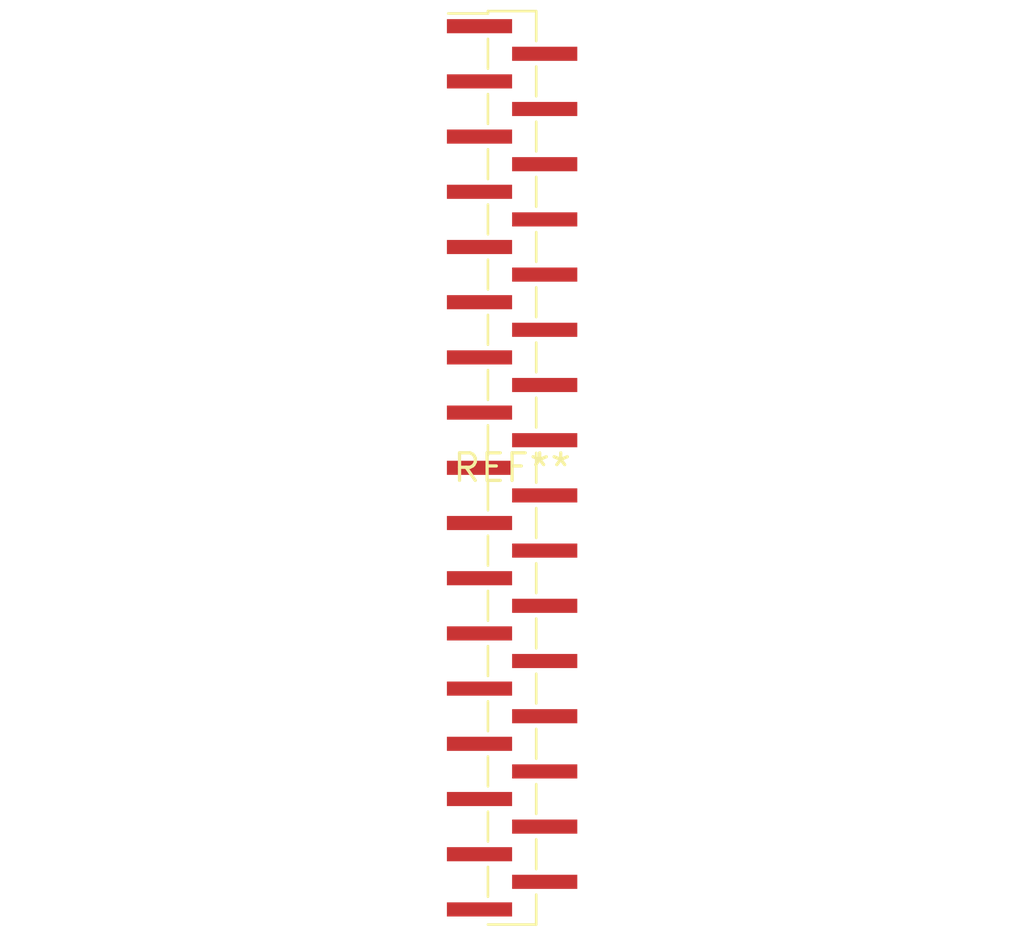
<source format=kicad_pcb>
(kicad_pcb (version 20240108) (generator pcbnew)
  (layers (0 "F.Cu" signal) (31 "B.Cu" signal) (34 "B.Paste" user) (35 "F.Paste" user) (36 "B.SilkS" user "B.Silkscreen") (37 "F.SilkS" user "F.Silkscreen") (38 "B.Mask" user) (39 "F.Mask" user) (44 "Edge.Cuts" user))
  (net 0 "")
  (footprint "PinHeader_1x33_P1.27mm_Vertical_SMD_Pin1Left" (layer "F.Cu") (at 0 0)
    (property "Reference" "REF**")
    (property "Value" "PinHeader_1x33_P1.27mm_Vertical_SMD_Pin1Left")
    (fp_line (start -1.11 -21.015) (end -1.11 -20.905) (layer "F.SilkS") (stroke (width 0.12)))
    (fp_line (start -1.11 -21.015) (end 1.11 -21.015) (layer "F.SilkS") (stroke (width 0.12)))
    (fp_line (start -1.11 -20.905) (end -2.94 -20.905) (layer "F.SilkS") (stroke (width 0.12)))
    (fp_line (start -1.11 -19.735) (end -1.11 -18.365) (layer "F.SilkS") (stroke (width 0.12)))
    (fp_line (start -1.11 -17.195) (end -1.11 -15.825) (layer "F.SilkS") (stroke (width 0.12)))
    (fp_line (start -1.11 -14.655) (end -1.11 -13.285) (layer "F.SilkS") (stroke (width 0.12)))
    (fp_line (start -1.11 -12.115) (end -1.11 -10.745) (layer "F.SilkS") (stroke (width 0.12)))
    (fp_line (start -1.11 -9.575) (end -1.11 -8.205) (layer "F.SilkS") (stroke (width 0.12)))
    (fp_line (start -1.11 -7.035) (end -1.11 -5.665) (layer "F.SilkS") (stroke (width 0.12)))
    (fp_line (start -1.11 -4.495) (end -1.11 -3.125) (layer "F.SilkS") (stroke (width 0.12)))
    (fp_line (start -1.11 -1.955) (end -1.11 -0.585) (layer "F.SilkS") (stroke (width 0.12)))
    (fp_line (start -1.11 0.585) (end -1.11 1.955) (layer "F.SilkS") (stroke (width 0.12)))
    (fp_line (start -1.11 3.125) (end -1.11 4.495) (layer "F.SilkS") (stroke (width 0.12)))
    (fp_line (start -1.11 5.665) (end -1.11 7.035) (layer "F.SilkS") (stroke (width 0.12)))
    (fp_line (start -1.11 8.205) (end -1.11 9.575) (layer "F.SilkS") (stroke (width 0.12)))
    (fp_line (start -1.11 10.745) (end -1.11 12.115) (layer "F.SilkS") (stroke (width 0.12)))
    (fp_line (start -1.11 13.285) (end -1.11 14.655) (layer "F.SilkS") (stroke (width 0.12)))
    (fp_line (start -1.11 15.825) (end -1.11 17.195) (layer "F.SilkS") (stroke (width 0.12)))
    (fp_line (start -1.11 18.365) (end -1.11 19.735) (layer "F.SilkS") (stroke (width 0.12)))
    (fp_line (start -1.11 21.015) (end 1.11 21.015) (layer "F.SilkS") (stroke (width 0.12)))
    (fp_line (start 1.11 -21.005) (end 1.11 -19.635) (layer "F.SilkS") (stroke (width 0.12)))
    (fp_line (start 1.11 -18.465) (end 1.11 -17.095) (layer "F.SilkS") (stroke (width 0.12)))
    (fp_line (start 1.11 -15.925) (end 1.11 -14.555) (layer "F.SilkS") (stroke (width 0.12)))
    (fp_line (start 1.11 -13.385) (end 1.11 -12.015) (layer "F.SilkS") (stroke (width 0.12)))
    (fp_line (start 1.11 -10.845) (end 1.11 -9.475) (layer "F.SilkS") (stroke (width 0.12)))
    (fp_line (start 1.11 -8.305) (end 1.11 -6.935) (layer "F.SilkS") (stroke (width 0.12)))
    (fp_line (start 1.11 -5.765) (end 1.11 -4.395) (layer "F.SilkS") (stroke (width 0.12)))
    (fp_line (start 1.11 -3.225) (end 1.11 -1.855) (layer "F.SilkS") (stroke (width 0.12)))
    (fp_line (start 1.11 -0.685) (end 1.11 0.685) (layer "F.SilkS") (stroke (width 0.12)))
    (fp_line (start 1.11 1.855) (end 1.11 3.225) (layer "F.SilkS") (stroke (width 0.12)))
    (fp_line (start 1.11 4.395) (end 1.11 5.765) (layer "F.SilkS") (stroke (width 0.12)))
    (fp_line (start 1.11 6.935) (end 1.11 8.305) (layer "F.SilkS") (stroke (width 0.12)))
    (fp_line (start 1.11 9.475) (end 1.11 10.845) (layer "F.SilkS") (stroke (width 0.12)))
    (fp_line (start 1.11 12.015) (end 1.11 13.385) (layer "F.SilkS") (stroke (width 0.12)))
    (fp_line (start 1.11 14.555) (end 1.11 15.925) (layer "F.SilkS") (stroke (width 0.12)))
    (fp_line (start 1.11 17.095) (end 1.11 18.465) (layer "F.SilkS") (stroke (width 0.12)))
    (fp_line (start 1.11 19.635) (end 1.11 21.005) (layer "F.SilkS") (stroke (width 0.12)))
    (fp_line (start 1.11 20.905) (end 1.11 21.015) (layer "F.SilkS") (stroke (width 0.12)))
    (pad "1" smd rect (at -1.5 -20.32) (size 3 0.65) (layers "F.Cu" "F.Paste" "F.Mask"))
    (pad "2" smd rect (at 1.5 -19.05) (size 3 0.65) (layers "F.Cu" "F.Paste" "F.Mask"))
    (pad "3" smd rect (at -1.5 -17.78) (size 3 0.65) (layers "F.Cu" "F.Paste" "F.Mask"))
    (pad "4" smd rect (at 1.5 -16.51) (size 3 0.65) (layers "F.Cu" "F.Paste" "F.Mask"))
    (pad "5" smd rect (at -1.5 -15.24) (size 3 0.65) (layers "F.Cu" "F.Paste" "F.Mask"))
    (pad "6" smd rect (at 1.5 -13.97) (size 3 0.65) (layers "F.Cu" "F.Paste" "F.Mask"))
    (pad "7" smd rect (at -1.5 -12.7) (size 3 0.65) (layers "F.Cu" "F.Paste" "F.Mask"))
    (pad "8" smd rect (at 1.5 -11.43) (size 3 0.65) (layers "F.Cu" "F.Paste" "F.Mask"))
    (pad "9" smd rect (at -1.5 -10.16) (size 3 0.65) (layers "F.Cu" "F.Paste" "F.Mask"))
    (pad "10" smd rect (at 1.5 -8.89) (size 3 0.65) (layers "F.Cu" "F.Paste" "F.Mask"))
    (pad "11" smd rect (at -1.5 -7.62) (size 3 0.65) (layers "F.Cu" "F.Paste" "F.Mask"))
    (pad "12" smd rect (at 1.5 -6.35) (size 3 0.65) (layers "F.Cu" "F.Paste" "F.Mask"))
    (pad "13" smd rect (at -1.5 -5.08) (size 3 0.65) (layers "F.Cu" "F.Paste" "F.Mask"))
    (pad "14" smd rect (at 1.5 -3.81) (size 3 0.65) (layers "F.Cu" "F.Paste" "F.Mask"))
    (pad "15" smd rect (at -1.5 -2.54) (size 3 0.65) (layers "F.Cu" "F.Paste" "F.Mask"))
    (pad "16" smd rect (at 1.5 -1.27) (size 3 0.65) (layers "F.Cu" "F.Paste" "F.Mask"))
    (pad "17" smd rect (at -1.5 0) (size 3 0.65) (layers "F.Cu" "F.Paste" "F.Mask"))
    (pad "18" smd rect (at 1.5 1.27) (size 3 0.65) (layers "F.Cu" "F.Paste" "F.Mask"))
    (pad "19" smd rect (at -1.5 2.54) (size 3 0.65) (layers "F.Cu" "F.Paste" "F.Mask"))
    (pad "20" smd rect (at 1.5 3.81) (size 3 0.65) (layers "F.Cu" "F.Paste" "F.Mask"))
    (pad "21" smd rect (at -1.5 5.08) (size 3 0.65) (layers "F.Cu" "F.Paste" "F.Mask"))
    (pad "22" smd rect (at 1.5 6.35) (size 3 0.65) (layers "F.Cu" "F.Paste" "F.Mask"))
    (pad "23" smd rect (at -1.5 7.62) (size 3 0.65) (layers "F.Cu" "F.Paste" "F.Mask"))
    (pad "24" smd rect (at 1.5 8.89) (size 3 0.65) (layers "F.Cu" "F.Paste" "F.Mask"))
    (pad "25" smd rect (at -1.5 10.16) (size 3 0.65) (layers "F.Cu" "F.Paste" "F.Mask"))
    (pad "26" smd rect (at 1.5 11.43) (size 3 0.65) (layers "F.Cu" "F.Paste" "F.Mask"))
    (pad "27" smd rect (at -1.5 12.7) (size 3 0.65) (layers "F.Cu" "F.Paste" "F.Mask"))
    (pad "28" smd rect (at 1.5 13.97) (size 3 0.65) (layers "F.Cu" "F.Paste" "F.Mask"))
    (pad "29" smd rect (at -1.5 15.24) (size 3 0.65) (layers "F.Cu" "F.Paste" "F.Mask"))
    (pad "30" smd rect (at 1.5 16.51) (size 3 0.65) (layers "F.Cu" "F.Paste" "F.Mask"))
    (pad "31" smd rect (at -1.5 17.78) (size 3 0.65) (layers "F.Cu" "F.Paste" "F.Mask"))
    (pad "32" smd rect (at 1.5 19.05) (size 3 0.65) (layers "F.Cu" "F.Paste" "F.Mask"))
    (pad "33" smd rect (at -1.5 20.32) (size 3 0.65) (layers "F.Cu" "F.Paste" "F.Mask"))
  )
)
</source>
